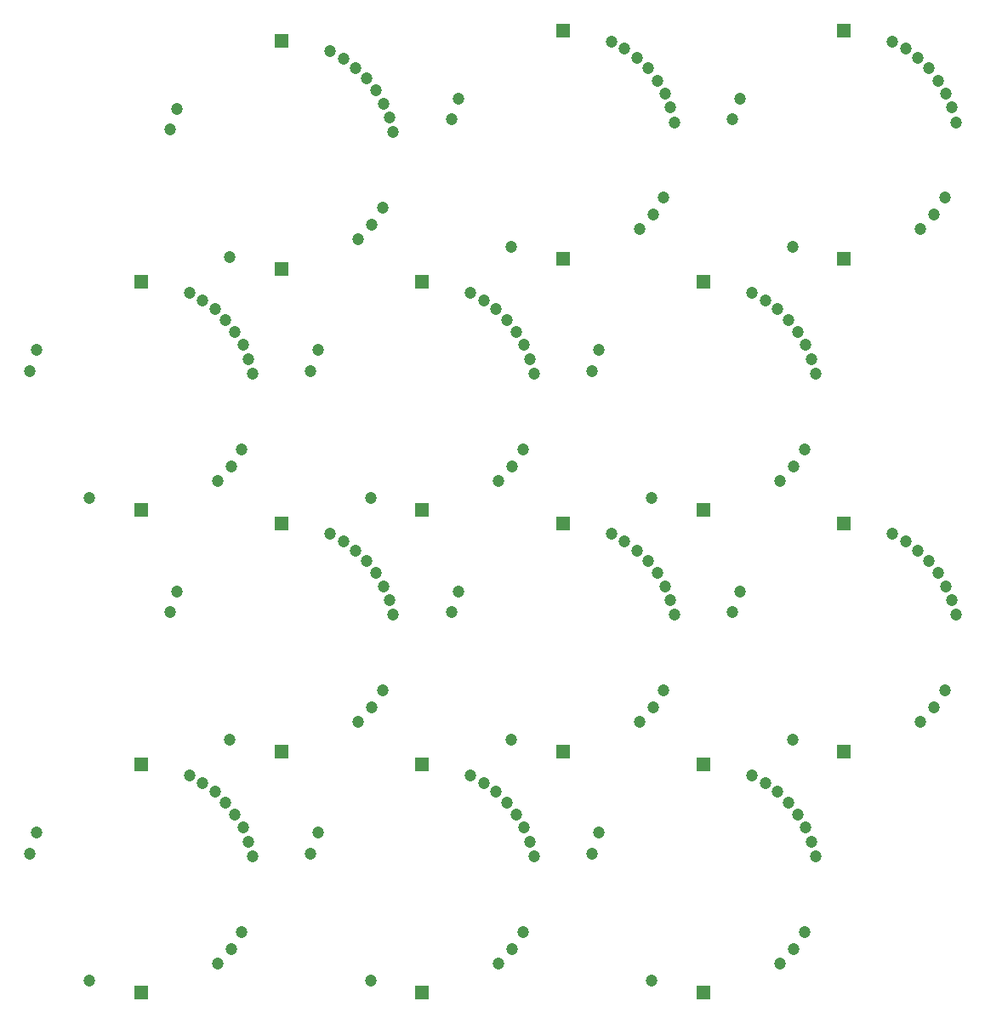
<source format=gbl>
%MOIN*%
%OFA0B0*%
%FSLAX46Y46*%
%IPPOS*%
%LPD*%
%ADD10R,0.053149606299212608X0.053149606299212608*%
%ADD11C,0.047244094488188976*%
%ADD12C,0.017716535433070866*%
%ADD23R,0.053149606299212608X0.053149606299212608*%
%ADD24C,0.047244094488188976*%
%ADD25C,0.017716535433070866*%
%ADD26R,0.053149606299212608X0.053149606299212608*%
%ADD27C,0.047244094488188976*%
%ADD28C,0.017716535433070866*%
%ADD29R,0.053149606299212608X0.053149606299212608*%
%ADD30C,0.047244094488188976*%
%ADD31C,0.017716535433070866*%
%ADD32R,0.053149606299212608X0.053149606299212608*%
%ADD33C,0.047244094488188976*%
%ADD34C,0.017716535433070866*%
%ADD35R,0.053149606299212608X0.053149606299212608*%
%ADD36C,0.047244094488188976*%
%ADD37C,0.017716535433070866*%
%ADD38R,0.053149606299212608X0.053149606299212608*%
%ADD39C,0.047244094488188976*%
%ADD40C,0.017716535433070866*%
%ADD41R,0.053149606299212608X0.053149606299212608*%
%ADD42C,0.047244094488188976*%
%ADD43C,0.017716535433070866*%
%ADD44R,0.053149606299212608X0.053149606299212608*%
%ADD45C,0.047244094488188976*%
%ADD46C,0.017716535433070866*%
%ADD47R,0.053149606299212608X0.053149606299212608*%
%ADD48C,0.047244094488188976*%
%ADD49C,0.017716535433070866*%
%ADD50R,0.053149606299212608X0.053149606299212608*%
%ADD51C,0.047244094488188976*%
%ADD52C,0.017716535433070866*%
%ADD53R,0.053149606299212608X0.053149606299212608*%
%ADD54C,0.047244094488188976*%
%ADD55C,0.017716535433070866*%
G01*
D10*
X-0003818897Y0003661417D02*
X0000511811Y0000064960D03*
D11*
X0000950393Y0000599999D03*
X0000075590Y0000611023D03*
X0000309842Y0000112598D03*
X0000812204Y0000180708D03*
X0000102755Y0000692913D03*
X0000865354Y0000237795D03*
X0000911810Y0000712204D03*
X0000881496Y0000763779D03*
X0000844881Y0000811023D03*
X0000802362Y0000852362D03*
X0000907874Y0000303936D03*
X0000754330Y0000887795D03*
X0000702362Y0000916929D03*
X0000934645Y0000657480D03*
D10*
X0000511811Y0000958661D03*
D12*
X0000702362Y0000916929D03*
X0000754330Y0000887795D03*
X0000802362Y0000852362D03*
X0000844881Y0000811023D03*
X0000881496Y0000763779D03*
X0000911810Y0000712204D03*
X0000934645Y0000657480D03*
X0000950393Y0000599999D03*
X0000907874Y0000303936D03*
X0000865354Y0000237795D03*
X0000812204Y0000180708D03*
X0000309842Y0000112598D03*
X0000075590Y0000611023D03*
X0000102755Y0000692913D03*
G04 next file*
G04 #@! TF.GenerationSoftware,KiCad,Pcbnew,5.0.2-bee76a0~70~ubuntu18.04.1*
G04 #@! TF.CreationDate,2019-05-15T03:21:57+02:00*
G04 #@! TF.ProjectId,ring,72696e67-2e6b-4696-9361-645f70636258,rev?*
G04 #@! TF.SameCoordinates,Original*
G04 #@! TF.FileFunction,Copper,L2,Bot*
G04 #@! TF.FilePolarity,Positive*
G04 Gerber Fmt 4.6, Leading zero omitted, Abs format (unit mm)*
G04 Created by KiCad (PCBNEW 5.0.2-bee76a0~70~ubuntu18.04.1) date Mi 15 Mai 2019 03:21:57 CEST*
G01*
G04 APERTURE LIST*
G04 #@! TA.AperFunction,ComponentPad*
G04 #@! TD*
G04 #@! TA.AperFunction,BGAPad,CuDef*
G04 #@! TD*
G04 #@! TA.AperFunction,ViaPad*
G04 #@! TD*
G04 APERTURE END LIST*
D23*
G04 #@! TO.P,REF\002A\002A,1*
G04 #@! TO.N,N/C*
X-0002716535Y0003661417D02*
X0001614173Y0000064960D03*
G04 #@! TD*
D24*
G04 #@! TO.P,J1,1*
G04 #@! TO.N,REFFET2_D1*
X0002052755Y0000599999D03*
G04 #@! TD*
G04 #@! TO.P,J13,1*
G04 #@! TO.N,ELEC2*
X0001177952Y0000611023D03*
G04 #@! TD*
G04 #@! TO.P,J15,1*
G04 #@! TO.N,Net-(J15-Pad1)*
X0001412204Y0000112598D03*
G04 #@! TD*
G04 #@! TO.P,J16,1*
G04 #@! TO.N,GNDD*
X0001914566Y0000180708D03*
G04 #@! TD*
G04 #@! TO.P,J14,1*
G04 #@! TO.N,O2_ELEC2*
X0001205118Y0000692913D03*
G04 #@! TD*
G04 #@! TO.P,J6,1*
G04 #@! TO.N,+BATT*
X0001967716Y0000237795D03*
G04 #@! TD*
G04 #@! TO.P,J3,1*
G04 #@! TO.N,REFFET2_D3*
X0002014173Y0000712204D03*
G04 #@! TD*
G04 #@! TO.P,J4,1*
G04 #@! TO.N,REFFET2_D4*
X0001983858Y0000763779D03*
G04 #@! TD*
G04 #@! TO.P,J5,1*
G04 #@! TO.N,ISFET2_D4*
X0001947244Y0000811023D03*
G04 #@! TD*
G04 #@! TO.P,J7,1*
G04 #@! TO.N,ISFET2_D3*
X0001904724Y0000852362D03*
G04 #@! TD*
G04 #@! TO.P,J8,1*
G04 #@! TO.N,COIL*
X0002010236Y0000303936D03*
G04 #@! TD*
G04 #@! TO.P,J9,1*
G04 #@! TO.N,ISFET2_D2*
X0001856692Y0000887795D03*
G04 #@! TD*
G04 #@! TO.P,J10,1*
G04 #@! TO.N,ISFET2_D1*
X0001804724Y0000916929D03*
G04 #@! TD*
G04 #@! TO.P,J2,1*
G04 #@! TO.N,REFFET2_D2*
X0002037007Y0000657480D03*
G04 #@! TD*
D23*
G04 #@! TO.P,REF\002A\002A,1*
G04 #@! TO.N,N/C*
X0001614173Y0000958661D03*
G04 #@! TD*
D25*
G04 #@! TO.N,*
X0001804724Y0000916929D03*
X0001856692Y0000887795D03*
X0001904724Y0000852362D03*
X0001947244Y0000811023D03*
X0001983858Y0000763779D03*
X0002014173Y0000712204D03*
X0002037007Y0000657480D03*
X0002052755Y0000599999D03*
X0002010236Y0000303936D03*
X0001967716Y0000237795D03*
X0001914566Y0000180708D03*
X0001412204Y0000112598D03*
X0001177952Y0000611023D03*
X0001205118Y0000692913D03*
G04 #@! TD*
G04 next file*
G04 #@! TF.GenerationSoftware,KiCad,Pcbnew,5.0.2-bee76a0~70~ubuntu18.04.1*
G04 #@! TF.CreationDate,2019-05-15T03:21:57+02:00*
G04 #@! TF.ProjectId,ring,72696e67-2e6b-4696-9361-645f70636258,rev?*
G04 #@! TF.SameCoordinates,Original*
G04 #@! TF.FileFunction,Copper,L2,Bot*
G04 #@! TF.FilePolarity,Positive*
G04 Gerber Fmt 4.6, Leading zero omitted, Abs format (unit mm)*
G04 Created by KiCad (PCBNEW 5.0.2-bee76a0~70~ubuntu18.04.1) date Mi 15 Mai 2019 03:21:57 CEST*
G01*
G04 APERTURE LIST*
G04 #@! TA.AperFunction,ComponentPad*
G04 #@! TD*
G04 #@! TA.AperFunction,BGAPad,CuDef*
G04 #@! TD*
G04 #@! TA.AperFunction,ViaPad*
G04 #@! TD*
G04 APERTURE END LIST*
D26*
G04 #@! TO.P,REF\002A\002A,1*
G04 #@! TO.N,N/C*
X-0001614173Y0003661417D02*
X0002716535Y0000064960D03*
G04 #@! TD*
D27*
G04 #@! TO.P,J1,1*
G04 #@! TO.N,REFFET2_D1*
X0003155118Y0000599999D03*
G04 #@! TD*
G04 #@! TO.P,J13,1*
G04 #@! TO.N,ELEC2*
X0002280314Y0000611023D03*
G04 #@! TD*
G04 #@! TO.P,J15,1*
G04 #@! TO.N,Net-(J15-Pad1)*
X0002514566Y0000112598D03*
G04 #@! TD*
G04 #@! TO.P,J16,1*
G04 #@! TO.N,GNDD*
X0003016929Y0000180708D03*
G04 #@! TD*
G04 #@! TO.P,J14,1*
G04 #@! TO.N,O2_ELEC2*
X0002307480Y0000692913D03*
G04 #@! TD*
G04 #@! TO.P,J6,1*
G04 #@! TO.N,+BATT*
X0003070078Y0000237795D03*
G04 #@! TD*
G04 #@! TO.P,J3,1*
G04 #@! TO.N,REFFET2_D3*
X0003116535Y0000712204D03*
G04 #@! TD*
G04 #@! TO.P,J4,1*
G04 #@! TO.N,REFFET2_D4*
X0003086220Y0000763779D03*
G04 #@! TD*
G04 #@! TO.P,J5,1*
G04 #@! TO.N,ISFET2_D4*
X0003049606Y0000811023D03*
G04 #@! TD*
G04 #@! TO.P,J7,1*
G04 #@! TO.N,ISFET2_D3*
X0003007086Y0000852362D03*
G04 #@! TD*
G04 #@! TO.P,J8,1*
G04 #@! TO.N,COIL*
X0003112598Y0000303936D03*
G04 #@! TD*
G04 #@! TO.P,J9,1*
G04 #@! TO.N,ISFET2_D2*
X0002959055Y0000887795D03*
G04 #@! TD*
G04 #@! TO.P,J10,1*
G04 #@! TO.N,ISFET2_D1*
X0002907086Y0000916929D03*
G04 #@! TD*
G04 #@! TO.P,J2,1*
G04 #@! TO.N,REFFET2_D2*
X0003139370Y0000657480D03*
G04 #@! TD*
D26*
G04 #@! TO.P,REF\002A\002A,1*
G04 #@! TO.N,N/C*
X0002716535Y0000958661D03*
G04 #@! TD*
D28*
G04 #@! TO.N,*
X0002907086Y0000916929D03*
X0002959055Y0000887795D03*
X0003007086Y0000852362D03*
X0003049606Y0000811023D03*
X0003086220Y0000763779D03*
X0003116535Y0000712204D03*
X0003139370Y0000657480D03*
X0003155118Y0000599999D03*
X0003112598Y0000303936D03*
X0003070078Y0000237795D03*
X0003016929Y0000180708D03*
X0002514566Y0000112598D03*
X0002280314Y0000611023D03*
X0002307480Y0000692913D03*
G04 #@! TD*
G04 next file*
G04 #@! TF.GenerationSoftware,KiCad,Pcbnew,5.0.2-bee76a0~70~ubuntu18.04.1*
G04 #@! TF.CreationDate,2019-05-15T03:21:57+02:00*
G04 #@! TF.ProjectId,ring,72696e67-2e6b-4696-9361-645f70636258,rev?*
G04 #@! TF.SameCoordinates,Original*
G04 #@! TF.FileFunction,Copper,L2,Bot*
G04 #@! TF.FilePolarity,Positive*
G04 Gerber Fmt 4.6, Leading zero omitted, Abs format (unit mm)*
G04 Created by KiCad (PCBNEW 5.0.2-bee76a0~70~ubuntu18.04.1) date Mi 15 Mai 2019 03:21:57 CEST*
G01*
G04 APERTURE LIST*
G04 #@! TA.AperFunction,ComponentPad*
G04 #@! TD*
G04 #@! TA.AperFunction,BGAPad,CuDef*
G04 #@! TD*
G04 #@! TA.AperFunction,ViaPad*
G04 #@! TD*
G04 APERTURE END LIST*
D29*
G04 #@! TO.P,REF\002A\002A,1*
G04 #@! TO.N,N/C*
X-0001062992Y0004606299D02*
X0003267716Y0001009842D03*
G04 #@! TD*
D30*
G04 #@! TO.P,J1,1*
G04 #@! TO.N,REFFET2_D1*
X0003706299Y0001544881D03*
G04 #@! TD*
G04 #@! TO.P,J13,1*
G04 #@! TO.N,ELEC2*
X0002831496Y0001555905D03*
G04 #@! TD*
G04 #@! TO.P,J15,1*
G04 #@! TO.N,Net-(J15-Pad1)*
X0003065748Y0001057480D03*
G04 #@! TD*
G04 #@! TO.P,J16,1*
G04 #@! TO.N,GNDD*
X0003568110Y0001125590D03*
G04 #@! TD*
G04 #@! TO.P,J14,1*
G04 #@! TO.N,O2_ELEC2*
X0002858661Y0001637795D03*
G04 #@! TD*
G04 #@! TO.P,J6,1*
G04 #@! TO.N,+BATT*
X0003621259Y0001182677D03*
G04 #@! TD*
G04 #@! TO.P,J3,1*
G04 #@! TO.N,REFFET2_D3*
X0003667716Y0001657086D03*
G04 #@! TD*
G04 #@! TO.P,J4,1*
G04 #@! TO.N,REFFET2_D4*
X0003637401Y0001708661D03*
G04 #@! TD*
G04 #@! TO.P,J5,1*
G04 #@! TO.N,ISFET2_D4*
X0003600787Y0001755905D03*
G04 #@! TD*
G04 #@! TO.P,J7,1*
G04 #@! TO.N,ISFET2_D3*
X0003558267Y0001797244D03*
G04 #@! TD*
G04 #@! TO.P,J8,1*
G04 #@! TO.N,COIL*
X0003663779Y0001248818D03*
G04 #@! TD*
G04 #@! TO.P,J9,1*
G04 #@! TO.N,ISFET2_D2*
X0003510236Y0001832677D03*
G04 #@! TD*
G04 #@! TO.P,J10,1*
G04 #@! TO.N,ISFET2_D1*
X0003458267Y0001861811D03*
G04 #@! TD*
G04 #@! TO.P,J2,1*
G04 #@! TO.N,REFFET2_D2*
X0003690551Y0001602362D03*
G04 #@! TD*
D29*
G04 #@! TO.P,REF\002A\002A,1*
G04 #@! TO.N,N/C*
X0003267716Y0001903543D03*
G04 #@! TD*
D31*
G04 #@! TO.N,*
X0003458267Y0001861811D03*
X0003510236Y0001832677D03*
X0003558267Y0001797244D03*
X0003600787Y0001755905D03*
X0003637401Y0001708661D03*
X0003667716Y0001657086D03*
X0003690551Y0001602362D03*
X0003706299Y0001544881D03*
X0003663779Y0001248818D03*
X0003621259Y0001182677D03*
X0003568110Y0001125590D03*
X0003065748Y0001057480D03*
X0002831496Y0001555905D03*
X0002858661Y0001637795D03*
G04 #@! TD*
G04 next file*
G04 #@! TF.GenerationSoftware,KiCad,Pcbnew,5.0.2-bee76a0~70~ubuntu18.04.1*
G04 #@! TF.CreationDate,2019-05-15T03:21:57+02:00*
G04 #@! TF.ProjectId,ring,72696e67-2e6b-4696-9361-645f70636258,rev?*
G04 #@! TF.SameCoordinates,Original*
G04 #@! TF.FileFunction,Copper,L2,Bot*
G04 #@! TF.FilePolarity,Positive*
G04 Gerber Fmt 4.6, Leading zero omitted, Abs format (unit mm)*
G04 Created by KiCad (PCBNEW 5.0.2-bee76a0~70~ubuntu18.04.1) date Mi 15 Mai 2019 03:21:57 CEST*
G01*
G04 APERTURE LIST*
G04 #@! TA.AperFunction,ComponentPad*
G04 #@! TD*
G04 #@! TA.AperFunction,BGAPad,CuDef*
G04 #@! TD*
G04 #@! TA.AperFunction,ViaPad*
G04 #@! TD*
G04 APERTURE END LIST*
D32*
G04 #@! TO.P,REF\002A\002A,1*
G04 #@! TO.N,N/C*
X-0002165354Y0004606299D02*
X0002165354Y0001009842D03*
G04 #@! TD*
D33*
G04 #@! TO.P,J1,1*
G04 #@! TO.N,REFFET2_D1*
X0002603937Y0001544881D03*
G04 #@! TD*
G04 #@! TO.P,J13,1*
G04 #@! TO.N,ELEC2*
X0001729133Y0001555905D03*
G04 #@! TD*
G04 #@! TO.P,J15,1*
G04 #@! TO.N,Net-(J15-Pad1)*
X0001963385Y0001057480D03*
G04 #@! TD*
G04 #@! TO.P,J16,1*
G04 #@! TO.N,GNDD*
X0002465747Y0001125590D03*
G04 #@! TD*
G04 #@! TO.P,J14,1*
G04 #@! TO.N,O2_ELEC2*
X0001756299Y0001637795D03*
G04 #@! TD*
G04 #@! TO.P,J6,1*
G04 #@! TO.N,+BATT*
X0002518897Y0001182677D03*
G04 #@! TD*
G04 #@! TO.P,J3,1*
G04 #@! TO.N,REFFET2_D3*
X0002565354Y0001657086D03*
G04 #@! TD*
G04 #@! TO.P,J4,1*
G04 #@! TO.N,REFFET2_D4*
X0002535039Y0001708661D03*
G04 #@! TD*
G04 #@! TO.P,J5,1*
G04 #@! TO.N,ISFET2_D4*
X0002498425Y0001755905D03*
G04 #@! TD*
G04 #@! TO.P,J7,1*
G04 #@! TO.N,ISFET2_D3*
X0002455905Y0001797244D03*
G04 #@! TD*
G04 #@! TO.P,J8,1*
G04 #@! TO.N,COIL*
X0002561417Y0001248818D03*
G04 #@! TD*
G04 #@! TO.P,J9,1*
G04 #@! TO.N,ISFET2_D2*
X0002407874Y0001832677D03*
G04 #@! TD*
G04 #@! TO.P,J10,1*
G04 #@! TO.N,ISFET2_D1*
X0002355905Y0001861811D03*
G04 #@! TD*
G04 #@! TO.P,J2,1*
G04 #@! TO.N,REFFET2_D2*
X0002588188Y0001602362D03*
G04 #@! TD*
D32*
G04 #@! TO.P,REF\002A\002A,1*
G04 #@! TO.N,N/C*
X0002165354Y0001903543D03*
G04 #@! TD*
D34*
G04 #@! TO.N,*
X0002355905Y0001861811D03*
X0002407874Y0001832677D03*
X0002455905Y0001797244D03*
X0002498425Y0001755905D03*
X0002535039Y0001708661D03*
X0002565354Y0001657086D03*
X0002588188Y0001602362D03*
X0002603937Y0001544881D03*
X0002561417Y0001248818D03*
X0002518897Y0001182677D03*
X0002465747Y0001125590D03*
X0001963385Y0001057480D03*
X0001729133Y0001555905D03*
X0001756299Y0001637795D03*
G04 #@! TD*
G04 next file*
G04 #@! TF.GenerationSoftware,KiCad,Pcbnew,5.0.2-bee76a0~70~ubuntu18.04.1*
G04 #@! TF.CreationDate,2019-05-15T03:21:57+02:00*
G04 #@! TF.ProjectId,ring,72696e67-2e6b-4696-9361-645f70636258,rev?*
G04 #@! TF.SameCoordinates,Original*
G04 #@! TF.FileFunction,Copper,L2,Bot*
G04 #@! TF.FilePolarity,Positive*
G04 Gerber Fmt 4.6, Leading zero omitted, Abs format (unit mm)*
G04 Created by KiCad (PCBNEW 5.0.2-bee76a0~70~ubuntu18.04.1) date Mi 15 Mai 2019 03:21:57 CEST*
G01*
G04 APERTURE LIST*
G04 #@! TA.AperFunction,ComponentPad*
G04 #@! TD*
G04 #@! TA.AperFunction,BGAPad,CuDef*
G04 #@! TD*
G04 #@! TA.AperFunction,ViaPad*
G04 #@! TD*
G04 APERTURE END LIST*
D35*
G04 #@! TO.P,REF\002A\002A,1*
G04 #@! TO.N,N/C*
X-0003267716Y0004606299D02*
X0001062992Y0001009842D03*
G04 #@! TD*
D36*
G04 #@! TO.P,J1,1*
G04 #@! TO.N,REFFET2_D1*
X0001501574Y0001544881D03*
G04 #@! TD*
G04 #@! TO.P,J13,1*
G04 #@! TO.N,ELEC2*
X0000626771Y0001555905D03*
G04 #@! TD*
G04 #@! TO.P,J15,1*
G04 #@! TO.N,Net-(J15-Pad1)*
X0000861023Y0001057480D03*
G04 #@! TD*
G04 #@! TO.P,J16,1*
G04 #@! TO.N,GNDD*
X0001363385Y0001125590D03*
G04 #@! TD*
G04 #@! TO.P,J14,1*
G04 #@! TO.N,O2_ELEC2*
X0000653937Y0001637795D03*
G04 #@! TD*
G04 #@! TO.P,J6,1*
G04 #@! TO.N,+BATT*
X0001416535Y0001182677D03*
G04 #@! TD*
G04 #@! TO.P,J3,1*
G04 #@! TO.N,REFFET2_D3*
X0001462992Y0001657086D03*
G04 #@! TD*
G04 #@! TO.P,J4,1*
G04 #@! TO.N,REFFET2_D4*
X0001432677Y0001708661D03*
G04 #@! TD*
G04 #@! TO.P,J5,1*
G04 #@! TO.N,ISFET2_D4*
X0001396062Y0001755905D03*
G04 #@! TD*
G04 #@! TO.P,J7,1*
G04 #@! TO.N,ISFET2_D3*
X0001353543Y0001797244D03*
G04 #@! TD*
G04 #@! TO.P,J8,1*
G04 #@! TO.N,COIL*
X0001459055Y0001248818D03*
G04 #@! TD*
G04 #@! TO.P,J9,1*
G04 #@! TO.N,ISFET2_D2*
X0001305511Y0001832677D03*
G04 #@! TD*
G04 #@! TO.P,J10,1*
G04 #@! TO.N,ISFET2_D1*
X0001253543Y0001861811D03*
G04 #@! TD*
G04 #@! TO.P,J2,1*
G04 #@! TO.N,REFFET2_D2*
X0001485826Y0001602362D03*
G04 #@! TD*
D35*
G04 #@! TO.P,REF\002A\002A,1*
G04 #@! TO.N,N/C*
X0001062992Y0001903543D03*
G04 #@! TD*
D37*
G04 #@! TO.N,*
X0001253543Y0001861811D03*
X0001305511Y0001832677D03*
X0001353543Y0001797244D03*
X0001396062Y0001755905D03*
X0001432677Y0001708661D03*
X0001462992Y0001657086D03*
X0001485826Y0001602362D03*
X0001501574Y0001544881D03*
X0001459055Y0001248818D03*
X0001416535Y0001182677D03*
X0001363385Y0001125590D03*
X0000861023Y0001057480D03*
X0000626771Y0001555905D03*
X0000653937Y0001637795D03*
G04 #@! TD*
G04 next file*
G04 #@! TF.GenerationSoftware,KiCad,Pcbnew,5.0.2-bee76a0~70~ubuntu18.04.1*
G04 #@! TF.CreationDate,2019-05-15T03:21:57+02:00*
G04 #@! TF.ProjectId,ring,72696e67-2e6b-4696-9361-645f70636258,rev?*
G04 #@! TF.SameCoordinates,Original*
G04 #@! TF.FileFunction,Copper,L2,Bot*
G04 #@! TF.FilePolarity,Positive*
G04 Gerber Fmt 4.6, Leading zero omitted, Abs format (unit mm)*
G04 Created by KiCad (PCBNEW 5.0.2-bee76a0~70~ubuntu18.04.1) date Mi 15 Mai 2019 03:21:57 CEST*
G01*
G04 APERTURE LIST*
G04 #@! TA.AperFunction,ComponentPad*
G04 #@! TD*
G04 #@! TA.AperFunction,BGAPad,CuDef*
G04 #@! TD*
G04 #@! TA.AperFunction,ViaPad*
G04 #@! TD*
G04 APERTURE END LIST*
D38*
G04 #@! TO.P,REF\002A\002A,1*
G04 #@! TO.N,N/C*
X-0003818897Y0005551181D02*
X0000511811Y0001954724D03*
G04 #@! TD*
D39*
G04 #@! TO.P,J1,1*
G04 #@! TO.N,REFFET2_D1*
X0000950393Y0002489763D03*
G04 #@! TD*
G04 #@! TO.P,J13,1*
G04 #@! TO.N,ELEC2*
X0000075590Y0002500787D03*
G04 #@! TD*
G04 #@! TO.P,J15,1*
G04 #@! TO.N,Net-(J15-Pad1)*
X0000309842Y0002002362D03*
G04 #@! TD*
G04 #@! TO.P,J16,1*
G04 #@! TO.N,GNDD*
X0000812204Y0002070472D03*
G04 #@! TD*
G04 #@! TO.P,J14,1*
G04 #@! TO.N,O2_ELEC2*
X0000102755Y0002582677D03*
G04 #@! TD*
G04 #@! TO.P,J6,1*
G04 #@! TO.N,+BATT*
X0000865354Y0002127559D03*
G04 #@! TD*
G04 #@! TO.P,J3,1*
G04 #@! TO.N,REFFET2_D3*
X0000911810Y0002601968D03*
G04 #@! TD*
G04 #@! TO.P,J4,1*
G04 #@! TO.N,REFFET2_D4*
X0000881496Y0002653543D03*
G04 #@! TD*
G04 #@! TO.P,J5,1*
G04 #@! TO.N,ISFET2_D4*
X0000844881Y0002700787D03*
G04 #@! TD*
G04 #@! TO.P,J7,1*
G04 #@! TO.N,ISFET2_D3*
X0000802362Y0002742125D03*
G04 #@! TD*
G04 #@! TO.P,J8,1*
G04 #@! TO.N,COIL*
X0000907874Y0002193700D03*
G04 #@! TD*
G04 #@! TO.P,J9,1*
G04 #@! TO.N,ISFET2_D2*
X0000754330Y0002777559D03*
G04 #@! TD*
G04 #@! TO.P,J10,1*
G04 #@! TO.N,ISFET2_D1*
X0000702362Y0002806692D03*
G04 #@! TD*
G04 #@! TO.P,J2,1*
G04 #@! TO.N,REFFET2_D2*
X0000934645Y0002547244D03*
G04 #@! TD*
D38*
G04 #@! TO.P,REF\002A\002A,1*
G04 #@! TO.N,N/C*
X0000511811Y0002848425D03*
G04 #@! TD*
D40*
G04 #@! TO.N,*
X0000702362Y0002806692D03*
X0000754330Y0002777559D03*
X0000802362Y0002742125D03*
X0000844881Y0002700787D03*
X0000881496Y0002653543D03*
X0000911810Y0002601968D03*
X0000934645Y0002547244D03*
X0000950393Y0002489763D03*
X0000907874Y0002193700D03*
X0000865354Y0002127559D03*
X0000812204Y0002070472D03*
X0000309842Y0002002362D03*
X0000075590Y0002500787D03*
X0000102755Y0002582677D03*
G04 #@! TD*
G04 next file*
G04 #@! TF.GenerationSoftware,KiCad,Pcbnew,5.0.2-bee76a0~70~ubuntu18.04.1*
G04 #@! TF.CreationDate,2019-05-15T03:21:57+02:00*
G04 #@! TF.ProjectId,ring,72696e67-2e6b-4696-9361-645f70636258,rev?*
G04 #@! TF.SameCoordinates,Original*
G04 #@! TF.FileFunction,Copper,L2,Bot*
G04 #@! TF.FilePolarity,Positive*
G04 Gerber Fmt 4.6, Leading zero omitted, Abs format (unit mm)*
G04 Created by KiCad (PCBNEW 5.0.2-bee76a0~70~ubuntu18.04.1) date Mi 15 Mai 2019 03:21:57 CEST*
G01*
G04 APERTURE LIST*
G04 #@! TA.AperFunction,ComponentPad*
G04 #@! TD*
G04 #@! TA.AperFunction,BGAPad,CuDef*
G04 #@! TD*
G04 #@! TA.AperFunction,ViaPad*
G04 #@! TD*
G04 APERTURE END LIST*
D41*
G04 #@! TO.P,REF\002A\002A,1*
G04 #@! TO.N,N/C*
X-0002716535Y0005551181D02*
X0001614173Y0001954724D03*
G04 #@! TD*
D42*
G04 #@! TO.P,J1,1*
G04 #@! TO.N,REFFET2_D1*
X0002052755Y0002489763D03*
G04 #@! TD*
G04 #@! TO.P,J13,1*
G04 #@! TO.N,ELEC2*
X0001177952Y0002500787D03*
G04 #@! TD*
G04 #@! TO.P,J15,1*
G04 #@! TO.N,Net-(J15-Pad1)*
X0001412204Y0002002362D03*
G04 #@! TD*
G04 #@! TO.P,J16,1*
G04 #@! TO.N,GNDD*
X0001914566Y0002070472D03*
G04 #@! TD*
G04 #@! TO.P,J14,1*
G04 #@! TO.N,O2_ELEC2*
X0001205118Y0002582677D03*
G04 #@! TD*
G04 #@! TO.P,J6,1*
G04 #@! TO.N,+BATT*
X0001967716Y0002127559D03*
G04 #@! TD*
G04 #@! TO.P,J3,1*
G04 #@! TO.N,REFFET2_D3*
X0002014173Y0002601968D03*
G04 #@! TD*
G04 #@! TO.P,J4,1*
G04 #@! TO.N,REFFET2_D4*
X0001983858Y0002653543D03*
G04 #@! TD*
G04 #@! TO.P,J5,1*
G04 #@! TO.N,ISFET2_D4*
X0001947244Y0002700787D03*
G04 #@! TD*
G04 #@! TO.P,J7,1*
G04 #@! TO.N,ISFET2_D3*
X0001904724Y0002742125D03*
G04 #@! TD*
G04 #@! TO.P,J8,1*
G04 #@! TO.N,COIL*
X0002010236Y0002193700D03*
G04 #@! TD*
G04 #@! TO.P,J9,1*
G04 #@! TO.N,ISFET2_D2*
X0001856692Y0002777559D03*
G04 #@! TD*
G04 #@! TO.P,J10,1*
G04 #@! TO.N,ISFET2_D1*
X0001804724Y0002806692D03*
G04 #@! TD*
G04 #@! TO.P,J2,1*
G04 #@! TO.N,REFFET2_D2*
X0002037007Y0002547244D03*
G04 #@! TD*
D41*
G04 #@! TO.P,REF\002A\002A,1*
G04 #@! TO.N,N/C*
X0001614173Y0002848425D03*
G04 #@! TD*
D43*
G04 #@! TO.N,*
X0001804724Y0002806692D03*
X0001856692Y0002777559D03*
X0001904724Y0002742125D03*
X0001947244Y0002700787D03*
X0001983858Y0002653543D03*
X0002014173Y0002601968D03*
X0002037007Y0002547244D03*
X0002052755Y0002489763D03*
X0002010236Y0002193700D03*
X0001967716Y0002127559D03*
X0001914566Y0002070472D03*
X0001412204Y0002002362D03*
X0001177952Y0002500787D03*
X0001205118Y0002582677D03*
G04 #@! TD*
G04 next file*
G04 #@! TF.GenerationSoftware,KiCad,Pcbnew,5.0.2-bee76a0~70~ubuntu18.04.1*
G04 #@! TF.CreationDate,2019-05-15T03:21:57+02:00*
G04 #@! TF.ProjectId,ring,72696e67-2e6b-4696-9361-645f70636258,rev?*
G04 #@! TF.SameCoordinates,Original*
G04 #@! TF.FileFunction,Copper,L2,Bot*
G04 #@! TF.FilePolarity,Positive*
G04 Gerber Fmt 4.6, Leading zero omitted, Abs format (unit mm)*
G04 Created by KiCad (PCBNEW 5.0.2-bee76a0~70~ubuntu18.04.1) date Mi 15 Mai 2019 03:21:57 CEST*
G01*
G04 APERTURE LIST*
G04 #@! TA.AperFunction,ComponentPad*
G04 #@! TD*
G04 #@! TA.AperFunction,BGAPad,CuDef*
G04 #@! TD*
G04 #@! TA.AperFunction,ViaPad*
G04 #@! TD*
G04 APERTURE END LIST*
D44*
G04 #@! TO.P,REF\002A\002A,1*
G04 #@! TO.N,N/C*
X-0001614173Y0005551181D02*
X0002716535Y0001954724D03*
G04 #@! TD*
D45*
G04 #@! TO.P,J1,1*
G04 #@! TO.N,REFFET2_D1*
X0003155118Y0002489763D03*
G04 #@! TD*
G04 #@! TO.P,J13,1*
G04 #@! TO.N,ELEC2*
X0002280314Y0002500787D03*
G04 #@! TD*
G04 #@! TO.P,J15,1*
G04 #@! TO.N,Net-(J15-Pad1)*
X0002514566Y0002002362D03*
G04 #@! TD*
G04 #@! TO.P,J16,1*
G04 #@! TO.N,GNDD*
X0003016929Y0002070472D03*
G04 #@! TD*
G04 #@! TO.P,J14,1*
G04 #@! TO.N,O2_ELEC2*
X0002307480Y0002582677D03*
G04 #@! TD*
G04 #@! TO.P,J6,1*
G04 #@! TO.N,+BATT*
X0003070078Y0002127559D03*
G04 #@! TD*
G04 #@! TO.P,J3,1*
G04 #@! TO.N,REFFET2_D3*
X0003116535Y0002601968D03*
G04 #@! TD*
G04 #@! TO.P,J4,1*
G04 #@! TO.N,REFFET2_D4*
X0003086220Y0002653543D03*
G04 #@! TD*
G04 #@! TO.P,J5,1*
G04 #@! TO.N,ISFET2_D4*
X0003049606Y0002700787D03*
G04 #@! TD*
G04 #@! TO.P,J7,1*
G04 #@! TO.N,ISFET2_D3*
X0003007086Y0002742125D03*
G04 #@! TD*
G04 #@! TO.P,J8,1*
G04 #@! TO.N,COIL*
X0003112598Y0002193700D03*
G04 #@! TD*
G04 #@! TO.P,J9,1*
G04 #@! TO.N,ISFET2_D2*
X0002959055Y0002777559D03*
G04 #@! TD*
G04 #@! TO.P,J10,1*
G04 #@! TO.N,ISFET2_D1*
X0002907086Y0002806692D03*
G04 #@! TD*
G04 #@! TO.P,J2,1*
G04 #@! TO.N,REFFET2_D2*
X0003139370Y0002547244D03*
G04 #@! TD*
D44*
G04 #@! TO.P,REF\002A\002A,1*
G04 #@! TO.N,N/C*
X0002716535Y0002848425D03*
G04 #@! TD*
D46*
G04 #@! TO.N,*
X0002907086Y0002806692D03*
X0002959055Y0002777559D03*
X0003007086Y0002742125D03*
X0003049606Y0002700787D03*
X0003086220Y0002653543D03*
X0003116535Y0002601968D03*
X0003139370Y0002547244D03*
X0003155118Y0002489763D03*
X0003112598Y0002193700D03*
X0003070078Y0002127559D03*
X0003016929Y0002070472D03*
X0002514566Y0002002362D03*
X0002280314Y0002500787D03*
X0002307480Y0002582677D03*
G04 #@! TD*
G04 next file*
G04 #@! TF.GenerationSoftware,KiCad,Pcbnew,5.0.2-bee76a0~70~ubuntu18.04.1*
G04 #@! TF.CreationDate,2019-05-15T03:21:57+02:00*
G04 #@! TF.ProjectId,ring,72696e67-2e6b-4696-9361-645f70636258,rev?*
G04 #@! TF.SameCoordinates,Original*
G04 #@! TF.FileFunction,Copper,L2,Bot*
G04 #@! TF.FilePolarity,Positive*
G04 Gerber Fmt 4.6, Leading zero omitted, Abs format (unit mm)*
G04 Created by KiCad (PCBNEW 5.0.2-bee76a0~70~ubuntu18.04.1) date Mi 15 Mai 2019 03:21:57 CEST*
G01*
G04 APERTURE LIST*
G04 #@! TA.AperFunction,ComponentPad*
G04 #@! TD*
G04 #@! TA.AperFunction,BGAPad,CuDef*
G04 #@! TD*
G04 #@! TA.AperFunction,ViaPad*
G04 #@! TD*
G04 APERTURE END LIST*
D47*
G04 #@! TO.P,REF\002A\002A,1*
G04 #@! TO.N,N/C*
X-0003267716Y0006496062D02*
X0001062992Y0002899606D03*
G04 #@! TD*
D48*
G04 #@! TO.P,J1,1*
G04 #@! TO.N,REFFET2_D1*
X0001501574Y0003434645D03*
G04 #@! TD*
G04 #@! TO.P,J13,1*
G04 #@! TO.N,ELEC2*
X0000626771Y0003445669D03*
G04 #@! TD*
G04 #@! TO.P,J15,1*
G04 #@! TO.N,Net-(J15-Pad1)*
X0000861023Y0002947244D03*
G04 #@! TD*
G04 #@! TO.P,J16,1*
G04 #@! TO.N,GNDD*
X0001363385Y0003015354D03*
G04 #@! TD*
G04 #@! TO.P,J14,1*
G04 #@! TO.N,O2_ELEC2*
X0000653937Y0003527559D03*
G04 #@! TD*
G04 #@! TO.P,J6,1*
G04 #@! TO.N,+BATT*
X0001416535Y0003072440D03*
G04 #@! TD*
G04 #@! TO.P,J3,1*
G04 #@! TO.N,REFFET2_D3*
X0001462992Y0003546850D03*
G04 #@! TD*
G04 #@! TO.P,J4,1*
G04 #@! TO.N,REFFET2_D4*
X0001432677Y0003598425D03*
G04 #@! TD*
G04 #@! TO.P,J5,1*
G04 #@! TO.N,ISFET2_D4*
X0001396062Y0003645669D03*
G04 #@! TD*
G04 #@! TO.P,J7,1*
G04 #@! TO.N,ISFET2_D3*
X0001353543Y0003687007D03*
G04 #@! TD*
G04 #@! TO.P,J8,1*
G04 #@! TO.N,COIL*
X0001459055Y0003138582D03*
G04 #@! TD*
G04 #@! TO.P,J9,1*
G04 #@! TO.N,ISFET2_D2*
X0001305511Y0003722440D03*
G04 #@! TD*
G04 #@! TO.P,J10,1*
G04 #@! TO.N,ISFET2_D1*
X0001253543Y0003751574D03*
G04 #@! TD*
G04 #@! TO.P,J2,1*
G04 #@! TO.N,REFFET2_D2*
X0001485826Y0003492125D03*
G04 #@! TD*
D47*
G04 #@! TO.P,REF\002A\002A,1*
G04 #@! TO.N,N/C*
X0001062992Y0003793307D03*
G04 #@! TD*
D49*
G04 #@! TO.N,*
X0001253543Y0003751574D03*
X0001305511Y0003722440D03*
X0001353543Y0003687007D03*
X0001396062Y0003645669D03*
X0001432677Y0003598425D03*
X0001462992Y0003546850D03*
X0001485826Y0003492125D03*
X0001501574Y0003434645D03*
X0001459055Y0003138582D03*
X0001416535Y0003072440D03*
X0001363385Y0003015354D03*
X0000861023Y0002947244D03*
X0000626771Y0003445669D03*
X0000653937Y0003527559D03*
G04 #@! TD*
G04 next file*
G04 #@! TF.GenerationSoftware,KiCad,Pcbnew,5.0.2-bee76a0~70~ubuntu18.04.1*
G04 #@! TF.CreationDate,2019-05-15T03:21:57+02:00*
G04 #@! TF.ProjectId,ring,72696e67-2e6b-4696-9361-645f70636258,rev?*
G04 #@! TF.SameCoordinates,Original*
G04 #@! TF.FileFunction,Copper,L2,Bot*
G04 #@! TF.FilePolarity,Positive*
G04 Gerber Fmt 4.6, Leading zero omitted, Abs format (unit mm)*
G04 Created by KiCad (PCBNEW 5.0.2-bee76a0~70~ubuntu18.04.1) date Mi 15 Mai 2019 03:21:57 CEST*
G01*
G04 APERTURE LIST*
G04 #@! TA.AperFunction,ComponentPad*
G04 #@! TD*
G04 #@! TA.AperFunction,BGAPad,CuDef*
G04 #@! TD*
G04 #@! TA.AperFunction,ViaPad*
G04 #@! TD*
G04 APERTURE END LIST*
D50*
G04 #@! TO.P,REF\002A\002A,1*
G04 #@! TO.N,N/C*
X-0002165354Y0006535433D02*
X0002165354Y0002938976D03*
G04 #@! TD*
D51*
G04 #@! TO.P,J1,1*
G04 #@! TO.N,REFFET2_D1*
X0002603937Y0003474015D03*
G04 #@! TD*
G04 #@! TO.P,J13,1*
G04 #@! TO.N,ELEC2*
X0001729133Y0003485039D03*
G04 #@! TD*
G04 #@! TO.P,J15,1*
G04 #@! TO.N,Net-(J15-Pad1)*
X0001963385Y0002986614D03*
G04 #@! TD*
G04 #@! TO.P,J16,1*
G04 #@! TO.N,GNDD*
X0002465747Y0003054724D03*
G04 #@! TD*
G04 #@! TO.P,J14,1*
G04 #@! TO.N,O2_ELEC2*
X0001756299Y0003566929D03*
G04 #@! TD*
G04 #@! TO.P,J6,1*
G04 #@! TO.N,+BATT*
X0002518897Y0003111811D03*
G04 #@! TD*
G04 #@! TO.P,J3,1*
G04 #@! TO.N,REFFET2_D3*
X0002565354Y0003586220D03*
G04 #@! TD*
G04 #@! TO.P,J4,1*
G04 #@! TO.N,REFFET2_D4*
X0002535039Y0003637795D03*
G04 #@! TD*
G04 #@! TO.P,J5,1*
G04 #@! TO.N,ISFET2_D4*
X0002498425Y0003685039D03*
G04 #@! TD*
G04 #@! TO.P,J7,1*
G04 #@! TO.N,ISFET2_D3*
X0002455905Y0003726377D03*
G04 #@! TD*
G04 #@! TO.P,J8,1*
G04 #@! TO.N,COIL*
X0002561417Y0003177952D03*
G04 #@! TD*
G04 #@! TO.P,J9,1*
G04 #@! TO.N,ISFET2_D2*
X0002407874Y0003761811D03*
G04 #@! TD*
G04 #@! TO.P,J10,1*
G04 #@! TO.N,ISFET2_D1*
X0002355905Y0003790944D03*
G04 #@! TD*
G04 #@! TO.P,J2,1*
G04 #@! TO.N,REFFET2_D2*
X0002588188Y0003531496D03*
G04 #@! TD*
D50*
G04 #@! TO.P,REF\002A\002A,1*
G04 #@! TO.N,N/C*
X0002165354Y0003832677D03*
G04 #@! TD*
D52*
G04 #@! TO.N,*
X0002355905Y0003790944D03*
X0002407874Y0003761811D03*
X0002455905Y0003726377D03*
X0002498425Y0003685039D03*
X0002535039Y0003637795D03*
X0002565354Y0003586220D03*
X0002588188Y0003531496D03*
X0002603937Y0003474015D03*
X0002561417Y0003177952D03*
X0002518897Y0003111811D03*
X0002465747Y0003054724D03*
X0001963385Y0002986614D03*
X0001729133Y0003485039D03*
X0001756299Y0003566929D03*
G04 #@! TD*
G04 next file*
G04 #@! TF.GenerationSoftware,KiCad,Pcbnew,5.0.2-bee76a0~70~ubuntu18.04.1*
G04 #@! TF.CreationDate,2019-05-15T03:21:57+02:00*
G04 #@! TF.ProjectId,ring,72696e67-2e6b-4696-9361-645f70636258,rev?*
G04 #@! TF.SameCoordinates,Original*
G04 #@! TF.FileFunction,Copper,L2,Bot*
G04 #@! TF.FilePolarity,Positive*
G04 Gerber Fmt 4.6, Leading zero omitted, Abs format (unit mm)*
G04 Created by KiCad (PCBNEW 5.0.2-bee76a0~70~ubuntu18.04.1) date Mi 15 Mai 2019 03:21:57 CEST*
G01*
G04 APERTURE LIST*
G04 #@! TA.AperFunction,ComponentPad*
G04 #@! TD*
G04 #@! TA.AperFunction,BGAPad,CuDef*
G04 #@! TD*
G04 #@! TA.AperFunction,ViaPad*
G04 #@! TD*
G04 APERTURE END LIST*
D53*
G04 #@! TO.P,REF\002A\002A,1*
G04 #@! TO.N,N/C*
X-0001062992Y0006535433D02*
X0003267716Y0002938976D03*
G04 #@! TD*
D54*
G04 #@! TO.P,J1,1*
G04 #@! TO.N,REFFET2_D1*
X0003706299Y0003474015D03*
G04 #@! TD*
G04 #@! TO.P,J13,1*
G04 #@! TO.N,ELEC2*
X0002831496Y0003485039D03*
G04 #@! TD*
G04 #@! TO.P,J15,1*
G04 #@! TO.N,Net-(J15-Pad1)*
X0003065748Y0002986614D03*
G04 #@! TD*
G04 #@! TO.P,J16,1*
G04 #@! TO.N,GNDD*
X0003568110Y0003054724D03*
G04 #@! TD*
G04 #@! TO.P,J14,1*
G04 #@! TO.N,O2_ELEC2*
X0002858661Y0003566929D03*
G04 #@! TD*
G04 #@! TO.P,J6,1*
G04 #@! TO.N,+BATT*
X0003621259Y0003111811D03*
G04 #@! TD*
G04 #@! TO.P,J3,1*
G04 #@! TO.N,REFFET2_D3*
X0003667716Y0003586220D03*
G04 #@! TD*
G04 #@! TO.P,J4,1*
G04 #@! TO.N,REFFET2_D4*
X0003637401Y0003637795D03*
G04 #@! TD*
G04 #@! TO.P,J5,1*
G04 #@! TO.N,ISFET2_D4*
X0003600787Y0003685039D03*
G04 #@! TD*
G04 #@! TO.P,J7,1*
G04 #@! TO.N,ISFET2_D3*
X0003558267Y0003726377D03*
G04 #@! TD*
G04 #@! TO.P,J8,1*
G04 #@! TO.N,COIL*
X0003663779Y0003177952D03*
G04 #@! TD*
G04 #@! TO.P,J9,1*
G04 #@! TO.N,ISFET2_D2*
X0003510236Y0003761811D03*
G04 #@! TD*
G04 #@! TO.P,J10,1*
G04 #@! TO.N,ISFET2_D1*
X0003458267Y0003790944D03*
G04 #@! TD*
G04 #@! TO.P,J2,1*
G04 #@! TO.N,REFFET2_D2*
X0003690551Y0003531496D03*
G04 #@! TD*
D53*
G04 #@! TO.P,REF\002A\002A,1*
G04 #@! TO.N,N/C*
X0003267716Y0003832677D03*
G04 #@! TD*
D55*
G04 #@! TO.N,*
X0003458267Y0003790944D03*
X0003510236Y0003761811D03*
X0003558267Y0003726377D03*
X0003600787Y0003685039D03*
X0003637401Y0003637795D03*
X0003667716Y0003586220D03*
X0003690551Y0003531496D03*
X0003706299Y0003474015D03*
X0003663779Y0003177952D03*
X0003621259Y0003111811D03*
X0003568110Y0003054724D03*
X0003065748Y0002986614D03*
X0002831496Y0003485039D03*
X0002858661Y0003566929D03*
G04 #@! TD*
M02*
</source>
